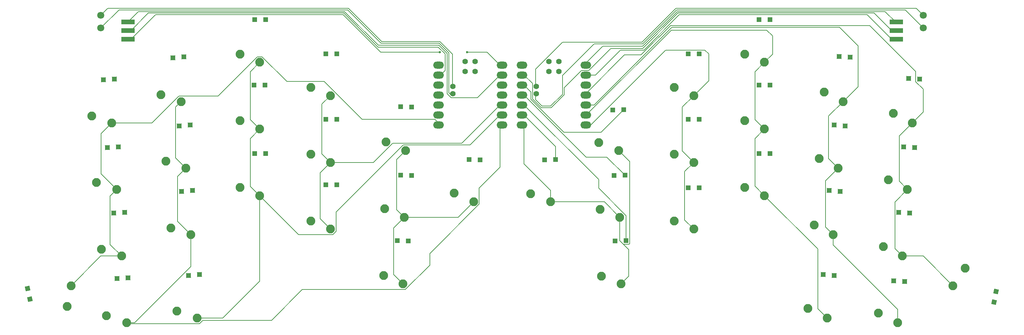
<source format=gbr>
%TF.GenerationSoftware,KiCad,Pcbnew,9.0.2*%
%TF.CreationDate,2025-06-24T08:44:03-06:00*%
%TF.ProjectId,Orcus,4f726375-732e-46b6-9963-61645f706362,rev?*%
%TF.SameCoordinates,Original*%
%TF.FileFunction,Copper,L1,Top*%
%TF.FilePolarity,Positive*%
%FSLAX46Y46*%
G04 Gerber Fmt 4.6, Leading zero omitted, Abs format (unit mm)*
G04 Created by KiCad (PCBNEW 9.0.2) date 2025-06-24 08:44:03*
%MOMM*%
%LPD*%
G01*
G04 APERTURE LIST*
G04 Aperture macros list*
%AMRotRect*
0 Rectangle, with rotation*
0 The origin of the aperture is its center*
0 $1 length*
0 $2 width*
0 $3 Rotation angle, in degrees counterclockwise*
0 Add horizontal line*
21,1,$1,$2,0,0,$3*%
G04 Aperture macros list end*
%TA.AperFunction,ComponentPad*%
%ADD10C,1.800000*%
%TD*%
%TA.AperFunction,ComponentPad*%
%ADD11C,2.250000*%
%TD*%
%TA.AperFunction,ComponentPad*%
%ADD12O,2.750000X1.800000*%
%TD*%
%TA.AperFunction,ComponentPad*%
%ADD13C,1.397000*%
%TD*%
%TA.AperFunction,ComponentPad*%
%ADD14R,3.500000X1.200000*%
%TD*%
%TA.AperFunction,ComponentPad*%
%ADD15RotRect,1.200000X1.200000X184.000000*%
%TD*%
%TA.AperFunction,ComponentPad*%
%ADD16R,1.200000X1.200000*%
%TD*%
%TA.AperFunction,ComponentPad*%
%ADD17RotRect,1.200000X1.200000X78.000000*%
%TD*%
%TA.AperFunction,ComponentPad*%
%ADD18RotRect,1.200000X1.200000X176.000000*%
%TD*%
%TA.AperFunction,ComponentPad*%
%ADD19RotRect,1.200000X1.200000X181.000000*%
%TD*%
%TA.AperFunction,ComponentPad*%
%ADD20RotRect,1.200000X1.200000X179.000000*%
%TD*%
%TA.AperFunction,ComponentPad*%
%ADD21RotRect,1.200000X1.200000X282.000000*%
%TD*%
%TA.AperFunction,ViaPad*%
%ADD22C,0.600000*%
%TD*%
%TA.AperFunction,Conductor*%
%ADD23C,0.200000*%
%TD*%
G04 APERTURE END LIST*
D10*
%TO.P,+,1,Pin_1*%
%TO.N,Net-(J4-Pin_1)*%
X42935138Y-37888642D03*
%TD*%
%TO.P,+,1,Pin_1*%
%TO.N,Net-(J3-Pin_1)*%
X252386588Y-37888642D03*
%TD*%
%TO.P,-,1,Pin_1*%
%TO.N,Net-(J2-Pin_1)*%
X42935138Y-34638642D03*
%TD*%
%TO.P,-,1,Pin_1*%
%TO.N,Net-(J1-Pin_1)*%
X252386588Y-34638642D03*
%TD*%
D11*
%TO.P,SW1,2,2*%
%TO.N,Net-(D1-A)*%
X169765586Y-67070830D03*
%TO.P,SW1,1,1*%
%TO.N,col0*%
X174801474Y-69083248D03*
%TD*%
%TO.P,SW2,2,2*%
%TO.N,Net-(D2-A)*%
X188921726Y-53013642D03*
%TO.P,SW2,1,1*%
%TO.N,col1*%
X193921726Y-55113642D03*
%TD*%
%TO.P,SW3,2,2*%
%TO.N,Net-(D3-A)*%
X206921726Y-44513642D03*
%TO.P,SW3,1,1*%
%TO.N,col2*%
X211921726Y-46613642D03*
%TD*%
%TO.P,SW4,2,2*%
%TO.N,Net-(D4-A)*%
X227112268Y-54185259D03*
%TO.P,SW4,1,1*%
%TO.N,col3*%
X231953600Y-56628926D03*
%TD*%
%TO.P,SW5,2,2*%
%TO.N,Net-(D5-A)*%
X244754516Y-59610765D03*
%TO.P,SW5,1,1*%
%TO.N,col4*%
X249595848Y-62054432D03*
%TD*%
%TO.P,SW6,2,2*%
%TO.N,Net-(D6-A)*%
X152407932Y-80108528D03*
%TO.P,SW6,1,1*%
%TO.N,col0*%
X157443820Y-82120946D03*
%TD*%
%TO.P,SW7,2,2*%
%TO.N,Net-(D7-A)*%
X170079729Y-84068240D03*
%TO.P,SW7,1,1*%
%TO.N,col0*%
X175115617Y-86080658D03*
%TD*%
%TO.P,SW8,2,2*%
%TO.N,Net-(D8-A)*%
X188921726Y-70013642D03*
%TO.P,SW8,1,1*%
%TO.N,col1*%
X193921726Y-72113642D03*
%TD*%
%TO.P,SW9,2,2*%
%TO.N,Net-(D9-A)*%
X206921726Y-61513642D03*
%TO.P,SW9,1,1*%
%TO.N,col2*%
X211921726Y-63613642D03*
%TD*%
%TO.P,SW10,2,2*%
%TO.N,Net-(D10-A)*%
X225856651Y-71143848D03*
%TO.P,SW10,1,1*%
%TO.N,col3*%
X230697983Y-73587515D03*
%TD*%
%TO.P,SW11,2,2*%
%TO.N,Net-(D11-A)*%
X243498899Y-76569355D03*
%TO.P,SW11,1,1*%
%TO.N,col4*%
X248340231Y-79013022D03*
%TD*%
%TO.P,SW12,2,2*%
%TO.N,Net-(D12-A)*%
X170393872Y-101065651D03*
%TO.P,SW12,1,1*%
%TO.N,col0*%
X175429760Y-103078069D03*
%TD*%
%TO.P,SW13,2,2*%
%TO.N,Net-(D13-A)*%
X188921726Y-87013642D03*
%TO.P,SW13,1,1*%
%TO.N,col1*%
X193921726Y-89113642D03*
%TD*%
%TO.P,SW14,2,2*%
%TO.N,Net-(D14-A)*%
X206921726Y-78513642D03*
%TO.P,SW14,1,1*%
%TO.N,col2*%
X211921726Y-80613642D03*
%TD*%
%TO.P,SW15,2,2*%
%TO.N,Net-(D15-A)*%
X224601034Y-88102437D03*
%TO.P,SW15,1,1*%
%TO.N,col3*%
X229442366Y-90546104D03*
%TD*%
%TO.P,SW16,2,2*%
%TO.N,Net-(D16-A)*%
X242243284Y-93527943D03*
%TO.P,SW16,1,1*%
%TO.N,col4*%
X247084616Y-95971610D03*
%TD*%
%TO.P,SW17,2,2*%
%TO.N,Net-(D17-A)*%
X223031515Y-109300672D03*
%TO.P,SW17,1,1*%
%TO.N,col2*%
X227872847Y-111744339D03*
%TD*%
%TO.P,SW18,2,2*%
%TO.N,Net-(D18-A)*%
X240987667Y-110486533D03*
%TO.P,SW18,1,1*%
%TO.N,col3*%
X245828999Y-112930200D03*
%TD*%
%TO.P,SW19,2,2*%
%TO.N,Net-(D19-A)*%
X263029976Y-99062813D03*
%TO.P,SW19,1,1*%
%TO.N,col4*%
X259936307Y-103516937D03*
%TD*%
%TO.P,SW20,2,2*%
%TO.N,Net-(D20-A)*%
X40591569Y-60308330D03*
%TO.P,SW20,1,1*%
%TO.N,col0-1*%
X45725878Y-62054432D03*
%TD*%
%TO.P,SW21,2,2*%
%TO.N,Net-(D21-A)*%
X58233817Y-54882824D03*
%TO.P,SW21,1,1*%
%TO.N,col1-1*%
X63368126Y-56628926D03*
%TD*%
%TO.P,SW22,2,2*%
%TO.N,Net-(D22-A)*%
X78400000Y-44513642D03*
%TO.P,SW22,1,1*%
%TO.N,col2-1*%
X83400000Y-46613642D03*
%TD*%
%TO.P,SW23,2,2*%
%TO.N,Net-(D23-A)*%
X96400000Y-53013642D03*
%TO.P,SW23,1,1*%
%TO.N,col3-1*%
X101400000Y-55113642D03*
%TD*%
%TO.P,SW24,2,2*%
%TO.N,Net-(D24-A)*%
X115557662Y-66896306D03*
%TO.P,SW24,1,1*%
%TO.N,col4-1*%
X120520251Y-69083248D03*
%TD*%
%TO.P,SW25,2,2*%
%TO.N,Net-(D25-A)*%
X41847186Y-77266920D03*
%TO.P,SW25,1,1*%
%TO.N,col0-1*%
X46981495Y-79013022D03*
%TD*%
%TO.P,SW26,2,2*%
%TO.N,Net-(D26-A)*%
X59489434Y-71841413D03*
%TO.P,SW26,1,1*%
%TO.N,col1-1*%
X64623743Y-73587515D03*
%TD*%
%TO.P,SW27,2,2*%
%TO.N,Net-(D27-A)*%
X78400000Y-61513642D03*
%TO.P,SW27,1,1*%
%TO.N,col2-1*%
X83400000Y-63613642D03*
%TD*%
%TO.P,SW28,2,2*%
%TO.N,Net-(D28-A)*%
X96400000Y-70013642D03*
%TO.P,SW28,1,1*%
%TO.N,col3-1*%
X101400000Y-72113642D03*
%TD*%
%TO.P,SW29,2,2*%
%TO.N,Net-(D29-A)*%
X115243519Y-83893716D03*
%TO.P,SW29,1,1*%
%TO.N,col4-1*%
X120206108Y-86080658D03*
%TD*%
%TO.P,SW30,2,2*%
%TO.N,Net-(D30-A)*%
X132915317Y-79934004D03*
%TO.P,SW30,1,1*%
%TO.N,col4-1*%
X137877906Y-82120946D03*
%TD*%
%TO.P,SW31,2,2*%
%TO.N,Net-(D31-A)*%
X43102801Y-94225508D03*
%TO.P,SW31,1,1*%
%TO.N,col0-1*%
X48237110Y-95971610D03*
%TD*%
%TO.P,SW32,2,2*%
%TO.N,Net-(D32-A)*%
X60745051Y-88800002D03*
%TO.P,SW32,1,1*%
%TO.N,col1-1*%
X65879360Y-90546104D03*
%TD*%
%TO.P,SW33,2,2*%
%TO.N,Net-(D33-A)*%
X78400000Y-78513642D03*
%TO.P,SW33,1,1*%
%TO.N,col2-1*%
X83400000Y-80613642D03*
%TD*%
%TO.P,SW34,2,2*%
%TO.N,Net-(D34-A)*%
X96400000Y-87013642D03*
%TO.P,SW34,1,1*%
%TO.N,col3-1*%
X101400000Y-89113642D03*
%TD*%
%TO.P,SW35,2,2*%
%TO.N,Net-(D35-A)*%
X114929376Y-100891127D03*
%TO.P,SW35,1,1*%
%TO.N,col4-1*%
X119891965Y-103078069D03*
%TD*%
%TO.P,SW36,2,2*%
%TO.N,Net-(D36-A)*%
X34370867Y-108844290D03*
%TO.P,SW36,1,1*%
%TO.N,col0-1*%
X35385419Y-103516937D03*
%TD*%
%TO.P,SW37,2,2*%
%TO.N,Net-(D37-A)*%
X44358418Y-111184098D03*
%TO.P,SW37,1,1*%
%TO.N,col1-1*%
X49492727Y-112930200D03*
%TD*%
%TO.P,SW38,2,2*%
%TO.N,Net-(D38-A)*%
X62314570Y-109998237D03*
%TO.P,SW38,1,1*%
%TO.N,col2-1*%
X67448879Y-111744339D03*
%TD*%
D12*
%TO.P,U3,1,PA02_A0_D0*%
%TO.N,unconnected-(U3-PA02_A0_D0-Pad1)*%
X150215863Y-47318642D03*
%TO.P,U3,2,PA4_A1_D1*%
%TO.N,Data*%
X150215863Y-49858642D03*
%TO.P,U3,3,PA10_A2_D2*%
%TO.N,row0*%
X150215863Y-52398642D03*
%TO.P,U3,4,PA11_A3_D3*%
%TO.N,row1*%
X150215863Y-54938642D03*
%TO.P,U3,5,PA8_A4_D4_SDA*%
%TO.N,row2*%
X150215863Y-57478642D03*
%TO.P,U3,6,PA9_A5_D5_SCL*%
%TO.N,row3*%
X150215863Y-60018642D03*
%TO.P,U3,7,PB08_A6_D6_TX*%
%TO.N,col0*%
X150215863Y-62558642D03*
%TO.P,U3,8,PB09_A7_D7_RX*%
%TO.N,col1*%
X166405863Y-62558642D03*
%TO.P,U3,9,PA7_A8_D8_SCK*%
%TO.N,col2*%
X166405863Y-60018642D03*
%TO.P,U3,10,PA5_A9_D9_MISO*%
%TO.N,col3*%
X166405863Y-57478642D03*
%TO.P,U3,11,PA6_A10_D10_MOSI*%
%TO.N,col4*%
X166405863Y-54938642D03*
%TO.P,U3,12,3V3*%
%TO.N,unconnected-(U3-3V3-Pad12)*%
X166405863Y-52398642D03*
%TO.P,U3,13,GND*%
%TO.N,Gnd*%
X166405863Y-49858642D03*
%TO.P,U3,14,5V*%
%TO.N,5v*%
X166405863Y-47318642D03*
D13*
%TO.P,U3,15,BAT*%
%TO.N,Net-(J3-Pin_1)*%
X153865863Y-54621642D03*
%TO.P,U3,16,GND*%
%TO.N,Net-(J1-Pin_1)*%
X153865863Y-52716642D03*
%TO.P,U3,19,PA31_SWDIO*%
%TO.N,unconnected-(U3-PA31_SWDIO-Pad19)*%
X157040863Y-46366642D03*
%TO.P,U3,20,PA30_SWCLK*%
%TO.N,unconnected-(U3-PA30_SWCLK-Pad20)*%
X159580863Y-46366642D03*
%TO.P,U3,21,RESET*%
%TO.N,unconnected-(U3-RESET-Pad21)*%
X157040863Y-48906642D03*
%TO.P,U3,22,GND*%
%TO.N,unconnected-(U3-GND-Pad22)*%
X159580863Y-48906642D03*
%TD*%
D14*
%TO.P,LED,1,Pin_1*%
%TO.N,5v*%
X245491588Y-36333642D03*
%TO.P,LED,2,Pin_2*%
%TO.N,Data*%
X245491588Y-38533642D03*
%TO.P,LED,3,Pin_3*%
%TO.N,Gnd*%
X245491588Y-40733642D03*
%TD*%
D12*
%TO.P,U1,1,PA02_A0_D0*%
%TO.N,unconnected-(U1-PA02_A0_D0-Pad1)*%
X128915863Y-47318642D03*
%TO.P,U1,2,PA4_A1_D1*%
%TO.N,Data-1*%
X128915863Y-49858642D03*
%TO.P,U1,3,PA10_A2_D2*%
%TO.N,row0-1*%
X128915863Y-52398642D03*
%TO.P,U1,4,PA11_A3_D3*%
%TO.N,row1-1*%
X128915863Y-54938642D03*
%TO.P,U1,5,PA8_A4_D4_SDA*%
%TO.N,row2-1*%
X128915863Y-57478642D03*
%TO.P,U1,6,PA9_A5_D5_SCL*%
%TO.N,row3-1*%
X128915863Y-60018642D03*
%TO.P,U1,7,PB08_A6_D6_TX*%
%TO.N,col0-1*%
X128915863Y-62558642D03*
%TO.P,U1,8,PB09_A7_D7_RX*%
%TO.N,col1-1*%
X145105863Y-62558642D03*
%TO.P,U1,9,PA7_A8_D8_SCK*%
%TO.N,col2-1*%
X145105863Y-60018642D03*
%TO.P,U1,10,PA5_A9_D9_MISO*%
%TO.N,col3-1*%
X145105863Y-57478642D03*
%TO.P,U1,11,PA6_A10_D10_MOSI*%
%TO.N,col4-1*%
X145105863Y-54938642D03*
%TO.P,U1,12,3V3*%
%TO.N,unconnected-(U1-3V3-Pad12)*%
X145105863Y-52398642D03*
%TO.P,U1,13,GND*%
%TO.N,Gnd-1*%
X145105863Y-49858642D03*
%TO.P,U1,14,5V*%
%TO.N,5v-1*%
X145105863Y-47318642D03*
D13*
%TO.P,U1,15,BAT*%
%TO.N,Net-(J4-Pin_1)*%
X132565863Y-54621642D03*
%TO.P,U1,16,GND*%
%TO.N,Net-(J2-Pin_1)*%
X132565863Y-52716642D03*
%TO.P,U1,19,PA31_SWDIO*%
%TO.N,unconnected-(U1-PA31_SWDIO-Pad19)*%
X135740863Y-46366642D03*
%TO.P,U1,20,PA30_SWCLK*%
%TO.N,unconnected-(U1-PA30_SWCLK-Pad20)*%
X138280863Y-46366642D03*
%TO.P,U1,21,RESET*%
%TO.N,unconnected-(U1-RESET-Pad21)*%
X135740863Y-48906642D03*
%TO.P,U1,22,GND*%
%TO.N,unconnected-(U1-GND-Pad22)*%
X138280863Y-48906642D03*
%TD*%
D14*
%TO.P,LED,1,Pin_1*%
%TO.N,5v-1*%
X49830138Y-40733642D03*
%TO.P,LED,2,Pin_2*%
%TO.N,Data-1*%
X49830138Y-38533642D03*
%TO.P,LED,3,Pin_3*%
%TO.N,Gnd-1*%
X49830138Y-36333642D03*
%TD*%
D15*
%TO.P,D25,1,K*%
%TO.N,row1-1*%
X47434090Y-68164841D03*
%TO.P,D25,2,A*%
%TO.N,Net-(D25-A)*%
X44640910Y-68360159D03*
%TD*%
D16*
%TO.P,D13,1,K*%
%TO.N,row2*%
X195321726Y-78581250D03*
%TO.P,D13,2,A*%
%TO.N,Net-(D13-A)*%
X192521726Y-78581250D03*
%TD*%
D15*
%TO.P,D26,1,K*%
%TO.N,row1-1*%
X65690340Y-62608591D03*
%TO.P,D26,2,A*%
%TO.N,Net-(D26-A)*%
X62897160Y-62803909D03*
%TD*%
D17*
%TO.P,D19,1,K*%
%TO.N,row3*%
X270377673Y-107731906D03*
%TO.P,D19,2,A*%
%TO.N,Net-(D19-A)*%
X270959827Y-104993094D03*
%TD*%
D18*
%TO.P,D4,1,K*%
%TO.N,row0*%
X233761753Y-45341409D03*
%TO.P,D4,2,A*%
%TO.N,Net-(D4-A)*%
X230968573Y-45146091D03*
%TD*%
D16*
%TO.P,D27,1,K*%
%TO.N,row1-1*%
X84743750Y-52387500D03*
%TO.P,D27,2,A*%
%TO.N,Net-(D27-A)*%
X81943750Y-52387500D03*
%TD*%
D19*
%TO.P,D1,1,K*%
%TO.N,row0*%
X176098292Y-58713066D03*
%TO.P,D1,2,A*%
%TO.N,Net-(D1-A)*%
X173298718Y-58761934D03*
%TD*%
D16*
%TO.P,D33,1,K*%
%TO.N,row2-1*%
X84931250Y-69850000D03*
%TO.P,D33,2,A*%
%TO.N,Net-(D33-A)*%
X82131250Y-69850000D03*
%TD*%
D19*
%TO.P,D12,1,K*%
%TO.N,row2*%
X176726578Y-92050566D03*
%TO.P,D12,2,A*%
%TO.N,Net-(D12-A)*%
X173927004Y-92099434D03*
%TD*%
D20*
%TO.P,D35,1,K*%
%TO.N,row2-1*%
X121256037Y-92099433D03*
%TO.P,D35,2,A*%
%TO.N,Net-(D35-A)*%
X118456463Y-92050567D03*
%TD*%
%TO.P,D29,1,K*%
%TO.N,row1-1*%
X122049787Y-75406250D03*
%TO.P,D29,2,A*%
%TO.N,Net-(D29-A)*%
X119250213Y-75357382D03*
%TD*%
D18*
%TO.P,D11,1,K*%
%TO.N,row1*%
X250148384Y-68360159D03*
%TO.P,D11,2,A*%
%TO.N,Net-(D11-A)*%
X247355204Y-68164841D03*
%TD*%
%TO.P,D18,1,K*%
%TO.N,row3*%
X247637152Y-102491409D03*
%TO.P,D18,2,A*%
%TO.N,Net-(D18-A)*%
X244843972Y-102296091D03*
%TD*%
D16*
%TO.P,D2,1,K*%
%TO.N,row0*%
X195321726Y-44450000D03*
%TO.P,D2,2,A*%
%TO.N,Net-(D2-A)*%
X192521726Y-44450000D03*
%TD*%
%TO.P,D8,1,K*%
%TO.N,row1*%
X195321726Y-61118750D03*
%TO.P,D8,2,A*%
%TO.N,Net-(D8-A)*%
X192521726Y-61118750D03*
%TD*%
D15*
%TO.P,D37,1,K*%
%TO.N,row3-1*%
X49815340Y-101502341D03*
%TO.P,D37,2,A*%
%TO.N,Net-(D37-A)*%
X47022160Y-101697659D03*
%TD*%
D16*
%TO.P,D3,1,K*%
%TO.N,row0*%
X213321726Y-35718750D03*
%TO.P,D3,2,A*%
%TO.N,Net-(D3-A)*%
X210521726Y-35718750D03*
%TD*%
D15*
%TO.P,D21,1,K*%
%TO.N,row0-1*%
X64102840Y-45243750D03*
%TO.P,D21,2,A*%
%TO.N,Net-(D21-A)*%
X61309660Y-45439068D03*
%TD*%
%TO.P,D20,1,K*%
%TO.N,row0-1*%
X46396590Y-50902341D03*
%TO.P,D20,2,A*%
%TO.N,Net-(D20-A)*%
X43603410Y-51097659D03*
%TD*%
%TO.P,D38,1,K*%
%TO.N,row3-1*%
X68071590Y-100708591D03*
%TO.P,D38,2,A*%
%TO.N,Net-(D38-A)*%
X65278410Y-100903909D03*
%TD*%
%TO.P,D32,1,K*%
%TO.N,row2-1*%
X66296590Y-79277341D03*
%TO.P,D32,2,A*%
%TO.N,Net-(D32-A)*%
X63503410Y-79472659D03*
%TD*%
D18*
%TO.P,D10,1,K*%
%TO.N,row1*%
X232506136Y-62803909D03*
%TO.P,D10,2,A*%
%TO.N,Net-(D10-A)*%
X229712956Y-62608591D03*
%TD*%
%TO.P,D15,1,K*%
%TO.N,row2*%
X231250519Y-79472659D03*
%TO.P,D15,2,A*%
%TO.N,Net-(D15-A)*%
X228457339Y-79277341D03*
%TD*%
D16*
%TO.P,D22,1,K*%
%TO.N,row0-1*%
X84931250Y-35718750D03*
%TO.P,D22,2,A*%
%TO.N,Net-(D22-A)*%
X82131250Y-35718750D03*
%TD*%
D15*
%TO.P,D31,1,K*%
%TO.N,row2-1*%
X49021590Y-84833591D03*
%TO.P,D31,2,A*%
%TO.N,Net-(D31-A)*%
X46228410Y-85028909D03*
%TD*%
D18*
%TO.P,D17,1,K*%
%TO.N,row3*%
X229681000Y-100903909D03*
%TO.P,D17,2,A*%
%TO.N,Net-(D17-A)*%
X226887820Y-100708591D03*
%TD*%
%TO.P,D16,1,K*%
%TO.N,row2*%
X248892769Y-85028909D03*
%TO.P,D16,2,A*%
%TO.N,Net-(D16-A)*%
X246099589Y-84833591D03*
%TD*%
D16*
%TO.P,D14,1,K*%
%TO.N,row2*%
X213321726Y-69850000D03*
%TO.P,D14,2,A*%
%TO.N,Net-(D14-A)*%
X210521726Y-69850000D03*
%TD*%
D20*
%TO.P,D24,1,K*%
%TO.N,row0-1*%
X122049787Y-57968183D03*
%TO.P,D24,2,A*%
%TO.N,Net-(D24-A)*%
X119250213Y-57919317D03*
%TD*%
D16*
%TO.P,D28,1,K*%
%TO.N,row1-1*%
X103000000Y-61118750D03*
%TO.P,D28,2,A*%
%TO.N,Net-(D28-A)*%
X100200000Y-61118750D03*
%TD*%
D18*
%TO.P,D5,1,K*%
%TO.N,row0*%
X251404001Y-50897659D03*
%TO.P,D5,2,A*%
%TO.N,Net-(D5-A)*%
X248610821Y-50702341D03*
%TD*%
D16*
%TO.P,D9,1,K*%
%TO.N,row1*%
X213321726Y-52387500D03*
%TO.P,D9,2,A*%
%TO.N,Net-(D9-A)*%
X210521726Y-52387500D03*
%TD*%
%TO.P,D23,1,K*%
%TO.N,row0-1*%
X103000000Y-44450000D03*
%TO.P,D23,2,A*%
%TO.N,Net-(D23-A)*%
X100200000Y-44450000D03*
%TD*%
D19*
%TO.P,D7,1,K*%
%TO.N,row1*%
X176412435Y-75381816D03*
%TO.P,D7,2,A*%
%TO.N,Net-(D7-A)*%
X173612861Y-75430684D03*
%TD*%
%TO.P,D6,1,K*%
%TO.N,row3*%
X158740638Y-71413066D03*
%TO.P,D6,2,A*%
%TO.N,Net-(D6-A)*%
X155941064Y-71461934D03*
%TD*%
D20*
%TO.P,D30,1,K*%
%TO.N,row3-1*%
X139512287Y-71461934D03*
%TO.P,D30,2,A*%
%TO.N,Net-(D30-A)*%
X136712713Y-71413066D03*
%TD*%
D21*
%TO.P,D36,1,K*%
%TO.N,row3-1*%
X24315174Y-104199343D03*
%TO.P,D36,2,A*%
%TO.N,Net-(D36-A)*%
X24897326Y-106938157D03*
%TD*%
D16*
%TO.P,D34,1,K*%
%TO.N,row2-1*%
X103000000Y-77787500D03*
%TO.P,D34,2,A*%
%TO.N,Net-(D34-A)*%
X100200000Y-77787500D03*
%TD*%
D22*
%TO.N,5v-1*%
X129250000Y-44000000D03*
X136250000Y-44000000D03*
%TD*%
D23*
%TO.N,Net-(J4-Pin_1)*%
X105789929Y-33265642D02*
X47558138Y-33265642D01*
X114289929Y-41765642D02*
X105789929Y-33265642D01*
X47558138Y-33265642D02*
X42935138Y-37888642D01*
X131566363Y-44199477D02*
X129132528Y-41765642D01*
X131566363Y-54370367D02*
X131566363Y-44199477D01*
X129132528Y-41765642D02*
X114289929Y-41765642D01*
X132344790Y-54842715D02*
X132038711Y-54842715D01*
X132038711Y-54842715D02*
X131566363Y-54370367D01*
%TO.N,Net-(J2-Pin_1)*%
X132466993Y-44533007D02*
X132466993Y-52143370D01*
X129298628Y-41364642D02*
X132466993Y-44533007D01*
X105956029Y-32864642D02*
X114456029Y-41364642D01*
X114456029Y-41364642D02*
X129298628Y-41364642D01*
X44709138Y-32864642D02*
X105956029Y-32864642D01*
X42935138Y-34638642D02*
X44709138Y-32864642D01*
%TO.N,Net-(J3-Pin_1)*%
X153642863Y-56142863D02*
X153642863Y-54837162D01*
X155250000Y-57750000D02*
X153642863Y-56142863D01*
X160500000Y-50000000D02*
X160500000Y-54750000D01*
X160500000Y-54750000D02*
X157500000Y-57750000D01*
X168594451Y-41905549D02*
X160500000Y-50000000D01*
X180891890Y-41905549D02*
X168594451Y-41905549D01*
X157500000Y-57750000D02*
X155250000Y-57750000D01*
X189531797Y-33265642D02*
X180891890Y-41905549D01*
X247763588Y-33265642D02*
X189531797Y-33265642D01*
X252386588Y-37888642D02*
X247763588Y-33265642D01*
%TO.N,Net-(J1-Pin_1)*%
X180730339Y-41500000D02*
X160493998Y-41500000D01*
X250612588Y-32864642D02*
X189365697Y-32864642D01*
X189365697Y-32864642D02*
X180730339Y-41500000D01*
X252386588Y-34638642D02*
X250612588Y-32864642D01*
X160493998Y-41500000D02*
X153642867Y-48351131D01*
X153642867Y-48351131D02*
X153642867Y-52501173D01*
%TO.N,row0*%
X150690863Y-52398642D02*
X152465363Y-54173142D01*
X152465363Y-54173142D02*
X152465363Y-56099563D01*
X170330223Y-64481135D02*
X176098292Y-58713066D01*
X152465363Y-56099563D02*
X160846935Y-64481135D01*
X160846935Y-64481135D02*
X170330223Y-64481135D01*
%TO.N,row1*%
X150690863Y-54938642D02*
X166502221Y-70750000D01*
X171780619Y-70750000D02*
X176412435Y-75381816D01*
X166502221Y-70750000D02*
X171780619Y-70750000D01*
%TO.N,row2*%
X169712221Y-76500000D02*
X169712221Y-78660593D01*
X169712221Y-78660593D02*
X176726578Y-85674950D01*
X150690863Y-57478642D02*
X169712221Y-76500000D01*
X176726578Y-85674950D02*
X176726578Y-92050566D01*
%TO.N,row3*%
X158740638Y-68068417D02*
X158740638Y-71413066D01*
X150690863Y-60018642D02*
X158740638Y-68068417D01*
%TO.N,col0*%
X150690863Y-72472409D02*
X157443820Y-79225366D01*
X175115617Y-92065101D02*
X176012462Y-92961946D01*
X177377791Y-101130038D02*
X177377791Y-94327275D01*
X175429760Y-103078069D02*
X177377791Y-101130038D01*
X177377791Y-94327275D02*
X175115617Y-92065101D01*
X176012462Y-92961946D02*
X177440694Y-92961946D01*
X150690863Y-62558642D02*
X150690863Y-72472409D01*
X177440694Y-92961946D02*
X177637958Y-92764682D01*
X175115617Y-86080658D02*
X175115617Y-92065101D01*
X171155905Y-82120946D02*
X175115617Y-86080658D01*
X157443820Y-82120946D02*
X171155905Y-82120946D01*
X177637958Y-71919732D02*
X174801474Y-69083248D01*
X157443820Y-79225366D02*
X157443820Y-82120946D01*
X177637958Y-92764682D02*
X177637958Y-71919732D01*
%TO.N,col1*%
X197750000Y-51285368D02*
X193921726Y-55113642D01*
X167691358Y-62558642D02*
X186750000Y-43500000D01*
X191620726Y-74414642D02*
X191620726Y-86812642D01*
X186750000Y-43500000D02*
X196750000Y-43500000D01*
X191000000Y-58035368D02*
X191000000Y-69191916D01*
X191620726Y-86812642D02*
X193921726Y-89113642D01*
X193921726Y-72113642D02*
X191620726Y-74414642D01*
X193921726Y-55113642D02*
X191000000Y-58035368D01*
X165930863Y-62558642D02*
X167691358Y-62558642D01*
X191000000Y-69191916D02*
X193921726Y-72113642D01*
X197750000Y-44500000D02*
X197750000Y-51285368D01*
X196750000Y-43500000D02*
X197750000Y-44500000D01*
%TO.N,col2*%
X225500000Y-109371492D02*
X227872847Y-111744339D01*
X209500000Y-66035368D02*
X209500000Y-78191916D01*
X165930863Y-60018642D02*
X166548458Y-60018642D01*
X211921726Y-46613642D02*
X209500000Y-49035368D01*
X209500000Y-49035368D02*
X209500000Y-61191916D01*
X209500000Y-61191916D02*
X211921726Y-63613642D01*
X214000000Y-39891364D02*
X214000000Y-44535368D01*
X211921726Y-80613642D02*
X225500000Y-94191916D01*
X188158550Y-38408550D02*
X212517186Y-38408550D01*
X214000000Y-44535368D02*
X211921726Y-46613642D01*
X212517186Y-38408550D02*
X214000000Y-39891364D01*
X225500000Y-94191916D02*
X225500000Y-109371492D01*
X166548458Y-60018642D02*
X188158550Y-38408550D01*
X209500000Y-78191916D02*
X211921726Y-80613642D01*
X211921726Y-63613642D02*
X209500000Y-66035368D01*
%TO.N,col3*%
X228250000Y-60332526D02*
X228250000Y-71139532D01*
X228250000Y-71139532D02*
X230697983Y-73587515D01*
X235750000Y-42401000D02*
X235750000Y-52832526D01*
X229442366Y-90546104D02*
X229442366Y-93146928D01*
X235750000Y-52832526D02*
X231953600Y-56628926D01*
X227500000Y-76785498D02*
X227500000Y-88603738D01*
X231000000Y-37651000D02*
X235750000Y-42401000D01*
X245828999Y-109533561D02*
X245828999Y-112930200D01*
X188349000Y-37651000D02*
X231000000Y-37651000D01*
X230697983Y-73587515D02*
X227500000Y-76785498D01*
X229442366Y-93146928D02*
X245828999Y-109533561D01*
X168521358Y-57478642D02*
X188349000Y-37651000D01*
X165930863Y-57478642D02*
X168521358Y-57478642D01*
X227500000Y-88603738D02*
X229442366Y-90546104D01*
X231953600Y-56628926D02*
X228250000Y-60332526D01*
%TO.N,col4*%
X188035742Y-37250000D02*
X180535742Y-44750000D01*
X252345393Y-53461807D02*
X250462609Y-51579023D01*
X247084616Y-95971610D02*
X252390980Y-95971610D01*
X252345393Y-59304887D02*
X252345393Y-53461807D01*
X248340231Y-79013022D02*
X245158197Y-82195056D01*
X176250000Y-44750000D02*
X166061358Y-54938642D01*
X250462609Y-51579023D02*
X250462609Y-48962609D01*
X238750000Y-37250000D02*
X188035742Y-37250000D01*
X249595848Y-62054432D02*
X252345393Y-59304887D01*
X252390980Y-95971610D02*
X259936307Y-103516937D01*
X249595848Y-62054432D02*
X246250000Y-65400280D01*
X245158197Y-94045191D02*
X247084616Y-95971610D01*
X245158197Y-82195056D02*
X245158197Y-94045191D01*
X250462609Y-48962609D02*
X238750000Y-37250000D01*
X166061358Y-54938642D02*
X165930863Y-54938642D01*
X180535742Y-44750000D02*
X176250000Y-44750000D01*
X246250000Y-65400280D02*
X246250000Y-76922791D01*
X246250000Y-76922791D02*
X248340231Y-79013022D01*
%TO.N,col0-1*%
X43000000Y-75031527D02*
X46981495Y-79013022D01*
X45725878Y-62054432D02*
X43000000Y-64780310D01*
X42930746Y-95971610D02*
X35385419Y-103516937D01*
X48237110Y-95971610D02*
X42930746Y-95971610D01*
X99789527Y-51486500D02*
X90289527Y-51486500D01*
X72794047Y-55202926D02*
X62777457Y-55202926D01*
X127965368Y-61133147D02*
X109436174Y-61133147D01*
X82809331Y-45187642D02*
X72794047Y-55202926D01*
X55925951Y-62054432D02*
X45725878Y-62054432D01*
X46981495Y-79013022D02*
X45287018Y-80707499D01*
X83990669Y-45187642D02*
X82809331Y-45187642D01*
X45287018Y-93021518D02*
X48237110Y-95971610D01*
X45287018Y-80707499D02*
X45287018Y-93021518D01*
X90289527Y-51486500D02*
X83990669Y-45187642D01*
X129390863Y-62558642D02*
X127965368Y-61133147D01*
X43000000Y-64780310D02*
X43000000Y-75031527D01*
X109436174Y-61133147D02*
X99789527Y-51486500D01*
X62777457Y-55202926D02*
X55925951Y-62054432D01*
%TO.N,col1-1*%
X64623743Y-73587515D02*
X62500000Y-75711258D01*
X68874879Y-112335008D02*
X68039548Y-113170339D01*
X86423130Y-112335008D02*
X68874879Y-112335008D01*
X49732866Y-113170339D02*
X49492727Y-112930200D01*
X51569800Y-112930200D02*
X49492727Y-112930200D01*
X65879360Y-98620640D02*
X51569800Y-112930200D01*
X120482634Y-104504069D02*
X94254069Y-104504069D01*
X94254069Y-104504069D02*
X86423130Y-112335008D01*
X144630863Y-62558642D02*
X144630863Y-73351320D01*
X62500000Y-87166744D02*
X65879360Y-90546104D01*
X61955768Y-58041284D02*
X61955768Y-70919540D01*
X126695096Y-98291607D02*
X120482634Y-104504069D01*
X139303906Y-78678277D02*
X139303906Y-82711615D01*
X62500000Y-75711258D02*
X62500000Y-87166744D01*
X65879360Y-90546104D02*
X65879360Y-98620640D01*
X68039548Y-113170339D02*
X49732866Y-113170339D01*
X139303906Y-82711615D02*
X126695096Y-95320425D01*
X144630863Y-73351320D02*
X139303906Y-78678277D01*
X61955768Y-70919540D02*
X64623743Y-73587515D01*
X126695096Y-95320425D02*
X126695096Y-98291607D01*
X63368126Y-56628926D02*
X61955768Y-58041284D01*
%TO.N,col2-1*%
X83400000Y-46613642D02*
X81000000Y-49013642D01*
X83400000Y-63613642D02*
X81000000Y-66013642D01*
X119929582Y-67657248D02*
X102826000Y-84760830D01*
X136992257Y-67657248D02*
X119929582Y-67657248D01*
X83400000Y-102350000D02*
X74005661Y-111744339D01*
X83400000Y-80613642D02*
X83400000Y-102350000D01*
X101990669Y-90539642D02*
X93326000Y-90539642D01*
X93326000Y-90539642D02*
X83400000Y-80613642D01*
X81000000Y-61213642D02*
X83400000Y-63613642D01*
X81000000Y-78213642D02*
X83400000Y-80613642D01*
X81000000Y-49013642D02*
X81000000Y-61213642D01*
X74005661Y-111744339D02*
X67448879Y-111744339D01*
X102826000Y-84760830D02*
X102826000Y-89704311D01*
X144630863Y-60018642D02*
X136992257Y-67657248D01*
X102826000Y-89704311D02*
X101990669Y-90539642D01*
X81000000Y-66013642D02*
X81000000Y-78213642D01*
%TO.N,col3-1*%
X98750000Y-86463642D02*
X101400000Y-89113642D01*
X99250000Y-57263642D02*
X99250000Y-69963642D01*
X98750000Y-74763642D02*
X98750000Y-86463642D01*
X112356995Y-72113642D02*
X101400000Y-72113642D01*
X117214389Y-67256248D02*
X112356995Y-72113642D01*
X134853257Y-67256248D02*
X117214389Y-67256248D01*
X99250000Y-69963642D02*
X101400000Y-72113642D01*
X101400000Y-72113642D02*
X98750000Y-74763642D01*
X101400000Y-55113642D02*
X99250000Y-57263642D01*
X144630863Y-57478642D02*
X134853257Y-67256248D01*
%TO.N,col4-1*%
X118258077Y-84132627D02*
X120206108Y-86080658D01*
X120520251Y-69083248D02*
X118258077Y-71345422D01*
X133918194Y-86080658D02*
X137877906Y-82120946D01*
X118258077Y-71345422D02*
X118258077Y-84132627D01*
X117500000Y-88786766D02*
X117500000Y-100686104D01*
X120206108Y-86080658D02*
X117500000Y-88786766D01*
X120206108Y-86080658D02*
X133918194Y-86080658D01*
X117500000Y-100686104D02*
X119891965Y-103078069D01*
%TO.N,5v*%
X180916642Y-42500000D02*
X170749505Y-42500000D01*
X242666642Y-33666642D02*
X189750000Y-33666642D01*
X189750000Y-33666642D02*
X180916642Y-42500000D01*
X245333642Y-36333642D02*
X242666642Y-33666642D01*
X170749505Y-42500000D02*
X165930863Y-47318642D01*
X245491588Y-36333642D02*
X245333642Y-36333642D01*
%TO.N,Gnd*%
X245491588Y-40733642D02*
X244341588Y-40733642D01*
X244341588Y-40733642D02*
X238076588Y-34468642D01*
X190250000Y-34468642D02*
X181218642Y-43500000D01*
X175250000Y-43500000D02*
X168891358Y-49858642D01*
X168891358Y-49858642D02*
X165930863Y-49858642D01*
X238076588Y-34468642D02*
X190250000Y-34468642D01*
X181218642Y-43500000D02*
X175250000Y-43500000D01*
%TO.N,Data*%
X172798975Y-43099000D02*
X167240333Y-48657642D01*
X167240333Y-48657642D02*
X165342358Y-48657642D01*
X189916100Y-34067642D02*
X180884742Y-43099000D01*
X239875588Y-34067642D02*
X189916100Y-34067642D01*
X152866363Y-52034142D02*
X150690863Y-49858642D01*
X244341588Y-38533642D02*
X239875588Y-34067642D01*
X180884742Y-43099000D02*
X172798975Y-43099000D01*
X152866363Y-55933463D02*
X152866363Y-52034142D01*
X165342358Y-48657642D02*
X160901000Y-53099000D01*
X245491588Y-38533642D02*
X244341588Y-38533642D01*
X155083900Y-58151000D02*
X152866363Y-55933463D01*
X157666100Y-58151000D02*
X155083900Y-58151000D01*
X160901000Y-54916100D02*
X157666100Y-58151000D01*
X160901000Y-53099000D02*
X160901000Y-54916100D01*
%TO.N,Data-1*%
X50582138Y-38533642D02*
X55048138Y-34067642D01*
X113516258Y-42750000D02*
X128849943Y-42750000D01*
X49830138Y-38533642D02*
X50582138Y-38533642D01*
X130591863Y-44491920D02*
X130591863Y-48657642D01*
X104833900Y-34067642D02*
X113516258Y-42750000D01*
X55048138Y-34067642D02*
X104833900Y-34067642D01*
X130591863Y-48657642D02*
X129390863Y-49858642D01*
X128849943Y-42750000D02*
X130591863Y-44491920D01*
%TO.N,Gnd-1*%
X49830138Y-36333642D02*
X52497138Y-33666642D01*
X138868362Y-55621142D02*
X138994752Y-55494752D01*
X132151856Y-55621142D02*
X138868362Y-55621142D01*
X138994752Y-55494752D02*
X144630863Y-49858642D01*
X52497138Y-33666642D02*
X105000000Y-33666642D01*
X113583358Y-42250000D02*
X129049786Y-42250000D01*
X138989505Y-55500000D02*
X138994752Y-55494752D01*
X131165363Y-54634649D02*
X132151856Y-55621142D01*
X131165363Y-44365577D02*
X131165363Y-54634649D01*
X105000000Y-33666642D02*
X113583358Y-42250000D01*
X129049786Y-42250000D02*
X131165363Y-44365577D01*
%TO.N,5v-1*%
X50582138Y-40733642D02*
X56847138Y-34468642D01*
X56847138Y-34468642D02*
X104667800Y-34468642D01*
X114199158Y-44000000D02*
X129250000Y-44000000D01*
X144630863Y-47318642D02*
X141312221Y-44000000D01*
X49830138Y-40733642D02*
X50582138Y-40733642D01*
X104667800Y-34468642D02*
X114199158Y-44000000D01*
X141312221Y-44000000D02*
X136250000Y-44000000D01*
%TD*%
M02*

</source>
